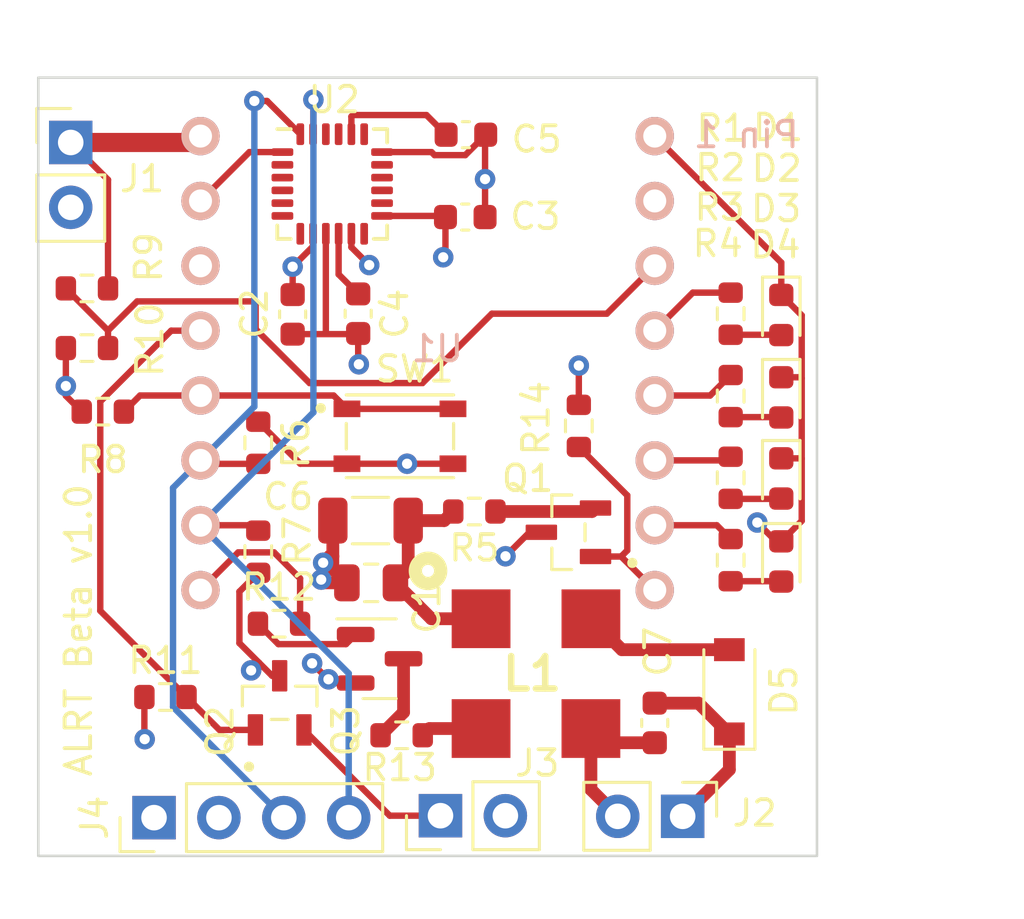
<source format=kicad_pcb>
(kicad_pcb (version 20211014) (generator pcbnew)
  (layers (0 "F.Cu" signal) (1 "In1.Cu" signal) (2 "In2.Cu" signal) (31 "B.Cu" signal) (34 "B.Paste" user) (35 "F.Paste" user) (36 "B.SilkS" user "B.Silkscreen") (37 "F.SilkS" user "F.Silkscreen") (38 "B.Mask" user) (39 "F.Mask" user) (44 "Edge.Cuts" user))
  (net 0 "")
  (net 1 "+3V3")
  (net 2 "GND")
  (net 3 "Net-(C4-Pad1)")
  (net 4 "Net-(C5-Pad1)")
  (net 5 "+BATT")
  (net 6 "/Vib_out")
  (net 7 "/SDA")
  (net 8 "/SCL")
  (net 9 "/Shock_chg")
  (net 10 "Net-(Q1-Pad2)")
  (net 11 "/Vib")
  (net 12 "Net-(D1-Pad2)")
  (net 13 "/LED1")
  (net 14 "Net-(D2-Pad2)")
  (net 15 "/LED2")
  (net 16 "Net-(D3-Pad2)")
  (net 17 "/LED3")
  (net 18 "Net-(D4-Pad2)")
  (net 19 "/LED4")
  (net 20 "/Electrode_n")
  (net 21 "/PBNO")
  (net 22 "/Vref")
  (net 24 "/Shock_dis")
  (net 39 "/Electrode_p")
  (net 40 "Net-(Q3-Pad1)")
  (net 41 "Net-(C1-Pad1)")
  (net 42 "Net-(R13-Pad1)")
  (net 43 "Net-(D5-Pad2)")
  (net 44 "Net-(Q3-Pad3)")
  (footprint "Capacitor_SMD:C_0603_1608Metric" (layer "F.Cu") (at 106.4768 80.391 -90)
    (fp_text reference "C2" (at -0.0254 1.4986 90) (layer "F.SilkS"))
    (fp_text value "10nF")
    (fp_line (start -0.14058 0.51) (end 0.14058 0.51) (layer "F.SilkS") (width 0.12))
    (fp_line (start -0.14058 -0.51) (end 0.14058 -0.51) (layer "F.SilkS") (width 0.12))
    (pad "1" smd roundrect (at -0.775 0 270) (size 0.9 0.95) (layers "F.Cu" "F.Paste" "F.Mask") (net 1 "+3V3"))
    (pad "2" smd roundrect (at 0.775 0 270) (size 0.9 0.95) (layers "F.Cu" "F.Paste" "F.Mask") (net 2 "GND"))
  )
  (footprint "Resistor_SMD:R_0603_1608Metric" (layer "F.Cu") (at 123.6218 80.3656 90)
    (fp_text reference "R1" (at 7.2644 -0.3556 180) (layer "F.SilkS"))
    (fp_text value "100R")
    (fp_line (start -0.237258 0.5225) (end 0.237258 0.5225) (layer "F.SilkS") (width 0.12))
    (fp_line (start -0.237258 -0.5225) (end 0.237258 -0.5225) (layer "F.SilkS") (width 0.12))
    (pad "1" smd roundrect (at -0.825 0 90) (size 0.8 0.95) (layers "F.Cu" "F.Paste" "F.Mask") (net 12 "Net-(D1-Pad2)"))
    (pad "2" smd roundrect (at 0.825 0 90) (size 0.8 0.95) (layers "F.Cu" "F.Paste" "F.Mask") (net 13 "/LED1"))
  )
  (footprint "Connector_PinHeader_2.54mm:PinHeader_1x02_P2.54mm_Vertical" (layer "F.Cu") (at 112.263 100.0252 90)
    (fp_text reference "J3" (at 2.0574 3.7896 180) (layer "F.SilkS"))
    (fp_text value "Vibrator")
    (fp_line (start -1.33 3.87) (end 1.33 3.87) (layer "F.SilkS") (width 0.12))
    (fp_line (start -1.33 1.27) (end -1.33 3.87) (layer "F.SilkS") (width 0.12))
    (fp_line (start -1.33 0) (end -1.33 -1.33) (layer "F.SilkS") (width 0.12))
    (fp_line (start -1.33 -1.33) (end 0 -1.33) (layer "F.SilkS") (width 0.12))
    (fp_line (start 1.33 1.27) (end 1.33 3.87) (layer "F.SilkS") (width 0.12))
    (fp_line (start -1.33 1.27) (end 1.33 1.27) (layer "F.SilkS") (width 0.12))
    (pad "1" thru_hole rect (at 0 0 90) (size 1.7 1.7) (drill 1) (layers *.Cu *.Mask) (net 6 "/Vib_out"))
    (pad "2" thru_hole oval (at 0 2.54 90) (size 1.7 1.7) (drill 1) (layers *.Cu *.Mask) (net 2 "GND"))
  )
  (footprint "2N7002:SOT95P240X111-3N" (layer "F.Cu") (at 105.9688 95.6056 90)
    (fp_text reference "Q2" (at -1.1176 -2.3368 90) (layer "F.SilkS"))
    (fp_text value "2N7002")
    (fp_line (start 0.65 0.62) (end 0.65 1.46) (layer "F.SilkS") (width 0.127))
    (fp_line (start 0.65 -0.62) (end 0.65 -1.46) (layer "F.SilkS") (width 0.127))
    (fp_line (start -0.65 -0.33) (end -0.65 0.33) (layer "F.SilkS") (width 0.127))
    (fp_line (start 0.65 -1.46) (end -0.125 -1.46) (layer "F.SilkS") (width 0.127))
    (fp_line (start 0.65 1.46) (end -0.125 1.46) (layer "F.SilkS") (width 0.127))
    (fp_circle (center -2.5 -1.2) (end -2.4 -1.2) (layer "F.SilkS") (width 0.2) (fill none))
    (pad "1" smd roundrect locked (at -1.06 -0.95 90) (size 1.23 0.6) (layers "F.Cu" "F.Paste" "F.Mask") (roundrect_rratio 0.07) (net 11 "/Vib"))
    (pad "2" smd roundrect locked (at -1.06 0.95 90) (size 1.23 0.6) (layers "F.Cu" "F.Paste" "F.Mask") (roundrect_rratio 0.07) (net 6 "/Vib_out"))
    (pad "3" smd roundrect locked (at 1.06 0 90) (size 1.23 0.6) (layers "F.Cu" "F.Paste" "F.Mask") (roundrect_rratio 0.07) (net 1 "+3V3"))
  )
  (footprint "Capacitor_SMD:C_0603_1608Metric" (layer "F.Cu") (at 113.2586 73.3552)
    (fp_text reference "C5" (at 2.7686 0.1778) (layer "F.SilkS"))
    (fp_text value "2.2nF")
    (fp_line (start -0.14058 0.51) (end 0.14058 0.51) (layer "F.SilkS") (width 0.12))
    (fp_line (start -0.14058 -0.51) (end 0.14058 -0.51) (layer "F.SilkS") (width 0.12))
    (pad "1" smd roundrect (at -0.775 0) (size 0.9 0.95) (layers "F.Cu" "F.Paste" "F.Mask") (net 4 "Net-(C5-Pad1)"))
    (pad "2" smd roundrect (at 0.775 0) (size 0.9 0.95) (layers "F.Cu" "F.Paste" "F.Mask") (net 2 "GND"))
  )
  (footprint "Resistor_SMD:R_0603_1608Metric" (layer "F.Cu") (at 123.6218 86.7918 90)
    (fp_text reference "R3" (at 10.5918 -0.4318 180) (layer "F.SilkS"))
    (fp_text value "100R")
    (fp_line (start -0.237258 -0.5225) (end 0.237258 -0.5225) (layer "F.SilkS") (width 0.12))
    (fp_line (start -0.237258 0.5225) (end 0.237258 0.5225) (layer "F.SilkS") (width 0.12))
    (pad "1" smd roundrect (at -0.825 0 90) (size 0.8 0.95) (layers "F.Cu" "F.Paste" "F.Mask") (net 16 "Net-(D3-Pad2)"))
    (pad "2" smd roundrect (at 0.825 0 90) (size 0.8 0.95) (layers "F.Cu" "F.Paste" "F.Mask") (net 17 "/LED3"))
  )
  (footprint "LED_SMD:LED_0603_1608Metric" (layer "F.Cu") (at 125.603 80.4164 -90)
    (fp_text reference "D1" (at -7.3406 0.127 -180) (layer "F.SilkS"))
    (fp_text value "LED")
    (fp_line (start 0.8 -0.735) (end -1.485 -0.735) (layer "F.SilkS") (width 0.12))
    (fp_line (start -1.485 0.735) (end 0.8 0.735) (layer "F.SilkS") (width 0.12))
    (fp_line (start -1.485 -0.735) (end -1.485 0.735) (layer "F.SilkS") (width 0.12))
    (pad "1" smd roundrect (at -0.7875 0 270) (size 0.875 0.95) (layers "F.Cu" "F.Paste" "F.Mask") (net 2 "GND"))
    (pad "2" smd roundrect (at 0.7875 0 270) (size 0.875 0.95) (layers "F.Cu" "F.Paste" "F.Mask") (net 12 "Net-(D1-Pad2)"))
  )
  (footprint "LED_SMD:LED_0603_1608Metric" (layer "F.Cu") (at 125.603 83.6422 -90)
    (fp_text reference "D2" (at -8.9662 0.1778 -180) (layer "F.SilkS"))
    (fp_text value "LED")
    (fp_line (start 0.8 -0.735) (end -1.485 -0.735) (layer "F.SilkS") (width 0.12))
    (fp_line (start -1.485 -0.735) (end -1.485 0.735) (layer "F.SilkS") (width 0.12))
    (fp_line (start -1.485 0.735) (end 0.8 0.735) (layer "F.SilkS") (width 0.12))
    (pad "1" smd roundrect (at -0.7875 0 270) (size 0.875 0.95) (layers "F.Cu" "F.Paste" "F.Mask") (net 2 "GND"))
    (pad "2" smd roundrect (at 0.7875 0 270) (size 0.875 0.95) (layers "F.Cu" "F.Paste" "F.Mask") (net 14 "Net-(D2-Pad2)"))
  )
  (footprint "Capacitor_SMD:C_0603_1608Metric" (layer "F.Cu") (at 109.0422 80.3656 -90)
    (fp_text reference "C4" (at 0 -1.43 90) (layer "F.SilkS"))
    (fp_text value "0.1uF")
    (fp_line (start -0.14058 -0.51) (end 0.14058 -0.51) (layer "F.SilkS") (width 0.12))
    (fp_line (start -0.14058 0.51) (end 0.14058 0.51) (layer "F.SilkS") (width 0.12))
    (pad "1" smd roundrect (at -0.775 0 270) (size 0.9 0.95) (layers "F.Cu" "F.Paste" "F.Mask") (net 3 "Net-(C4-Pad1)"))
    (pad "2" smd roundrect (at 0.775 0 270) (size 0.9 0.95) (layers "F.Cu" "F.Paste" "F.Mask") (net 2 "GND"))
  )
  (footprint "Capacitor_SMD:C_1206_3216Metric" (layer "F.Cu") (at 109.5248 88.4682 180)
    (fp_text reference "C6" (at 3.2258 0.9398 180) (layer "F.SilkS"))
    (fp_text value "100uF DNP")
    (fp_line (start -0.711252 -0.91) (end 0.711252 -0.91) (layer "F.SilkS") (width 0.12))
    (fp_line (start -0.711252 0.91) (end 0.711252 0.91) (layer "F.SilkS") (width 0.12))
    (pad "1" smd roundrect (at -1.475 0 180) (size 1.15 1.8) (layers "F.Cu" "F.Paste" "F.Mask") (roundrect_rratio 0.2173913043) (net 41 "Net-(C1-Pad1)"))
    (pad "2" smd roundrect (at 1.475 0 180) (size 1.15 1.8) (layers "F.Cu" "F.Paste" "F.Mask") (roundrect_rratio 0.2173913043) (net 2 "GND"))
  )
  (footprint "Resistor_SMD:R_0603_1608Metric" (layer "F.Cu") (at 110.744 96.8756 180)
    (fp_text reference "R13" (at 0.0762 -1.27) (layer "F.SilkS"))
    (fp_text value "0R")
    (fp_line (start -0.237258 0.5225) (end 0.237258 0.5225) (layer "F.SilkS") (width 0.12))
    (fp_line (start -0.237258 -0.5225) (end 0.237258 -0.5225) (layer "F.SilkS") (width 0.12))
    (pad "1" smd roundrect (at -0.825 0 180) (size 0.8 0.95) (layers "F.Cu" "F.Paste" "F.Mask") (net 42 "Net-(R13-Pad1)"))
    (pad "2" smd roundrect (at 0.825 0 180) (size 0.8 0.95) (layers "F.Cu" "F.Paste" "F.Mask") (net 44 "Net-(Q3-Pad3)"))
  )
  (footprint "Resistor_SMD:R_0603_1608Metric" (layer "F.Cu") (at 101.4984 95.377)
    (fp_text reference "R11" (at 0 -1.43) (layer "F.SilkS"))
    (fp_text value "1M")
    (fp_line (start -0.237258 -0.5225) (end 0.237258 -0.5225) (layer "F.SilkS") (width 0.12))
    (fp_line (start -0.237258 0.5225) (end 0.237258 0.5225) (layer "F.SilkS") (width 0.12))
    (pad "1" smd roundrect (at -0.825 0) (size 0.8 0.95) (layers "F.Cu" "F.Paste" "F.Mask") (net 2 "GND"))
    (pad "2" smd roundrect (at 0.825 0) (size 0.8 0.95) (layers "F.Cu" "F.Paste" "F.Mask") (net 11 "/Vib"))
  )
  (footprint "Resistor_SMD:R_0603_1608Metric" (layer "F.Cu") (at 98.425 81.7118)
    (fp_text reference "R10" (at 2.4638 -0.3302 90) (layer "F.SilkS"))
    (fp_text value "100k")
    (fp_line (start -0.237258 0.5225) (end 0.237258 0.5225) (layer "F.SilkS") (width 0.12))
    (fp_line (start -0.237258 -0.5225) (end 0.237258 -0.5225) (layer "F.SilkS") (width 0.12))
    (pad "1" smd roundrect (at -0.825 0) (size 0.8 0.95) (layers "F.Cu" "F.Paste" "F.Mask") (net 2 "GND"))
    (pad "2" smd roundrect (at 0.825 0) (size 0.8 0.95) (layers "F.Cu" "F.Paste" "F.Mask") (net 22 "/Vref"))
  )
  (footprint "Resistor_SMD:R_0603_1608Metric" (layer "F.Cu") (at 123.6218 90.0176 90)
    (fp_text reference "R4" (at 12.3952 -0.508 180) (layer "F.SilkS"))
    (fp_text value "100R")
    (fp_line (start -0.237258 -0.5225) (end 0.237258 -0.5225) (layer "F.SilkS") (width 0.12))
    (fp_line (start -0.237258 0.5225) (end 0.237258 0.5225) (layer "F.SilkS") (width 0.12))
    (pad "1" smd roundrect (at -0.825 0 90) (size 0.8 0.95) (layers "F.Cu" "F.Paste" "F.Mask") (net 18 "Net-(D4-Pad2)"))
    (pad "2" smd roundrect (at 0.825 0 90) (size 0.8 0.95) (layers "F.Cu" "F.Paste" "F.Mask") (net 19 "/LED4"))
  )
  (footprint "LED_SMD:LED_0603_1608Metric" (layer "F.Cu") (at 125.603 90.0684 -90)
    (fp_text reference "D4" (at -12.3952 0.2286 -180) (layer "F.SilkS"))
    (fp_text value "LED")
    (fp_line (start -1.485 -0.735) (end -1.485 0.735) (layer "F.SilkS") (width 0.12))
    (fp_line (start 0.8 -0.735) (end -1.485 -0.735) (layer "F.SilkS") (width 0.12))
    (fp_line (start -1.485 0.735) (end 0.8 0.735) (layer "F.SilkS") (width 0.12))
    (pad "1" smd roundrect (at -0.7875 0 270) (size 0.875 0.95) (layers "F.Cu" "F.Paste" "F.Mask") (net 2 "GND"))
    (pad "2" smd roundrect (at 0.7875 0 270) (size 0.875 0.95) (layers "F.Cu" "F.Paste" "F.Mask") (net 18 "Net-(D4-Pad2)"))
  )
  (footprint "Connector_PinHeader_2.54mm:PinHeader_1x04_P2.54mm_Vertical" (layer "F.Cu") (at 101.0512 100.1014 90)
    (fp_text reference "J4" (at 0 -2.33 90) (layer "F.SilkS"))
    (fp_text value "HR_PCB")
    (fp_line (start -1.33 1.27) (end 1.33 1.27) (layer "F.SilkS") (width 0.12))
    (fp_line (start -1.33 0) (end -1.33 -1.33) (layer "F.SilkS") (width 0.12))
    (fp_line (start -1.33 1.27) (end -1.33 8.95) (layer "F.SilkS") (width 0.12))
    (fp_line (start -1.33 8.95) (end 1.33 8.95) (layer "F.SilkS") (width 0.12))
    (fp_line (start -1.33 -1.33) (end 0 -1.33) (layer "F.SilkS") (width 0.12))
    (fp_line (start 1.33 1.27) (end 1.33 8.95) (layer "F.SilkS") (width 0.12))
    (pad "1" thru_hole rect (at 0 0 90) (size 1.7 1.7) (drill 1) (layers *.Cu *.Mask) (net 1 "+3V3"))
    (pad "2" thru_hole oval (at 0 2.54 90) (size 1.7 1.7) (drill 1) (layers *.Cu *.Mask) (net 2 "GND"))
    (pad "3" thru_hole oval (at 0 5.08 90) (size 1.7 1.7) (drill 1) (layers *.Cu *.Mask) (net 7 "/SDA"))
    (pad "4" thru_hole oval (at 0 7.62 90) (size 1.7 1.7) (drill 1) (layers *.Cu *.Mask) (net 8 "/SCL"))
  )
  (footprint "Resistor_SMD:R_0603_1608Metric" (layer "F.Cu") (at 105.1306 89.6874 -90)
    (fp_text reference "R7" (at -0.4318 -1.524 90) (layer "F.SilkS"))
    (fp_text value "10k")
    (fp_line (start -0.237258 0.5225) (end 0.237258 0.5225) (layer "F.SilkS") (width 0.12))
    (fp_line (start -0.237258 -0.5225) (end 0.237258 -0.5225) (layer "F.SilkS") (width 0.12))
    (pad "1" smd roundrect (at -0.825 0 270) (size 0.8 0.95) (layers "F.Cu" "F.Paste" "F.Mask") (net 8 "/SCL"))
    (pad "2" smd roundrect (at 0.825 0 270) (size 0.8 0.95) (layers "F.Cu" "F.Paste" "F.Mask") (net 1 "+3V3"))
  )
  (footprint "Resistor_SMD:R_0603_1608Metric" (layer "F.Cu") (at 99.0468 84.201)
    (fp_text reference "R8" (at 0 1.8796) (layer "F.SilkS"))
    (fp_text value "10k")
    (fp_line (start -0.237258 -0.5225) (end 0.237258 -0.5225) (layer "F.SilkS") (width 0.12))
    (fp_line (start -0.237258 0.5225) (end 0.237258 0.5225) (layer "F.SilkS") (width 0.12))
    (pad "1" smd roundrect (at -0.825 0) (size 0.8 0.95) (layers "F.Cu" "F.Paste" "F.Mask") (net 2 "GND"))
    (pad "2" smd roundrect (at 0.825 0) (size 0.8 0.95) (layers "F.Cu" "F.Paste" "F.Mask") (net 21 "/PBNO"))
  )
  (footprint "Package_TO_SOT_SMD:SOT-23" (layer "F.Cu") (at 109.8804 93.8784)
    (fp_text reference "Q3" (at -1.3208 2.8194 90) (layer "F.SilkS"))
    (fp_text value "MMBT3904")
    (fp_line (start 0 1.56) (end 0.65 1.56) (layer "F.SilkS") (width 0.12))
    (fp_line (start 0 -1.56) (end 0.65 -1.56) (layer "F.SilkS") (width 0.12))
    (fp_line (start 0 -1.56) (end -1.675 -1.56) (layer "F.SilkS") (width 0.12))
    (fp_line (start 0 1.56) (end -0.65 1.56) (layer "F.SilkS") (width 0.12))
    (pad "1" smd roundrect (at -0.9375 -0.95) (size 1.475 0.6) (layers "F.Cu" "F.Paste" "F.Mask") (net 40 "Net-(Q3-Pad1)"))
    (pad "2" smd roundrect (at -0.9375 0.95) (size 1.475 0.6) (layers "F.Cu" "F.Paste" "F.Mask") (net 2 "GND"))
    (pad "3" smd roundrect (at 0.9375 0) (size 1.475 0.6) (layers "F.Cu" "F.Paste" "F.Mask") (net 44 "Net-(Q3-Pad3)"))
  )
  (footprint "Resistor_SMD:R_0603_1608Metric" (layer "F.Cu") (at 117.6782 84.7598 90)
    (fp_text reference "R14" (at 0.3048 -1.6764 90) (layer "F.SilkS"))
    (fp_text value "10k")
    (fp_line (start -0.237258 0.5225) (end 0.237258 0.5225) (layer "F.SilkS") (width 0.12))
    (fp_line (start -0.237258 -0.5225) (end 0.237258 -0.5225) (layer "F.SilkS") (width 0.12))
    (pad "1" smd roundrect (at -0.825 0 90) (size 0.8 0.95) (layers "F.Cu" "F.Paste" "F.Mask") (net 9 "/Shock_chg"))
    (pad "2" smd roundrect (at 0.825 0 90) (size 0.8 0.95) (layers "F.Cu" "F.Paste" "F.Mask") (net 2 "GND"))
  )
  (footprint "Resistor_SMD:R_0603_1608Metric" (layer "F.Cu") (at 105.1306 85.4202 90)
    (fp_text reference "R6" (at -0.0254 1.4732 90) (layer "F.SilkS"))
    (fp_text value "10k")
    (fp_line (start -0.237258 0.5225) (end 0.237258 0.5225) (layer "F.SilkS") (width 0.12))
    (fp_line (start -0.237258 -0.5225) (end 0.237258 -0.5225) (layer "F.SilkS") (width 0.12))
    (pad "1" smd roundrect (at -0.825 0 90) (size 0.8 0.95) (layers "F.Cu" "F.Paste" "F.Mask") (net 7 "/SDA"))
    (pad "2" smd roundrect (at 0.825 0 90) (size 0.8 0.95) (layers "F.Cu" "F.Paste" "F.Mask") (net 1 "+3V3"))
  )
  (footprint "Resistor_SMD:R_0603_1608Metric" (layer "F.Cu") (at 113.5888 88.1126 180)
    (fp_text reference "R5" (at 0 -1.43) (layer "F.SilkS"))
    (fp_text value "100R")
    (fp_line (start -0.237258 -0.5225) (end 0.237258 -0.5225) (layer "F.SilkS") (width 0.12))
    (fp_line (start -0.237258 0.5225) (end 0.237258 0.5225) (layer "F.SilkS") (width 0.12))
    (pad "1" smd roundrect (at -0.825 0 180) (size 0.8 0.95) (layers "F.Cu" "F.Paste" "F.Mask") (net 10 "Net-(Q1-Pad2)"))
    (pad "2" smd roundrect (at 0.825 0 180) (size 0.8 0.95) (layers "F.Cu" "F.Paste" "F.Mask") (net 41 "Net-(C1-Pad1)"))
  )
  (footprint "KiCad:LPR6235_1" (layer "F.Cu") (at 116.0018 94.4626)
    (fp_text reference "L1" (at -0.155 0.007) (layer "F.SilkS") (effects (font (size 1.27 1.27) (thickness 0.254))))
    (fp_text value "LPR6235-752SMRC" hide)
    (fp_circle (center -4.226 -4.025) (end -4.226 -3.789) (layer "F.SilkS") (width 0.52) (fill none))
    (pad "1" smd rect locked (at -2.15 -2.15 90) (size 2.3 2.3) (layers "F.Cu" "F.Paste" "F.Mask") (net 41 "Net-(C1-Pad1)"))
    (pad "2" smd rect locked (at -2.15 2.15 90) (size 2.3 2.3) (layers "F.Cu" "F.Paste" "F.Mask") (net 42 "Net-(R13-Pad1)"))
    (pad "3" smd rect locked (at 2.15 2.15 90) (size 2.3 2.3) (layers "F.Cu" "F.Paste" "F.Mask") (net 20 "/Electrode_n"))
    (pad "4" smd rect locked (at 2.15 -2.15 90) (size 2.3 2.3) (layers "F.Cu" "F.Paste" "F.Mask") (net 43 "Net-(D5-Pad2)"))
  )
  (footprint "Diode_SMD:D_SOD-123" (layer "F.Cu") (at 123.571 95.1738 90)
    (fp_text reference "D5" (at 0.0508 2.1336 90) (layer "F.SilkS"))
    (fp_text value "DIODE")
    (fp_line (start -2.25 -1) (end -2.25 1) (layer "F.SilkS") (width 0.12))
    (fp_line (start -2.25 -1) (end 1.65 -1) (layer "F.SilkS") (width 0.12))
    (fp_line (start -2.25 1) (end 1.65 1) (layer "F.SilkS") (width 0.12))
    (pad "1" smd rect (at -1.65 0 90) (size 0.9 1.2) (layers "F.Cu" "F.Paste" "F.Mask") (net 39 "/Electrode_p"))
    (pad "2" smd rect (at 1.65 0 90) (size 0.9 1.2) (layers "F.Cu" "F.Paste" "F.Mask") (net 43 "Net-(D5-Pad2)"))
  )
  (footprint "Connector_PinHeader_2.54mm:PinHeader_1x02_P2.54mm_Vertical" (layer "F.Cu") (at 97.79 73.66)
    (fp_text reference "J1" (at 2.794 1.4224) (layer "F.SilkS"))
    (fp_text value "Battery")
    (fp_line (start -1.33 -1.33) (end 0 -1.33) (layer "F.SilkS") (width 0.12))
    (fp_line (start -1.33 1.27) (end -1.33 3.87) (layer "F.SilkS") (width 0.12))
    (fp_line (start -1.33 1.27) (end 1.33 1.27) (layer "F.SilkS") (width 0.12))
    (fp_line (start -1.33 0) (end -1.33 -1.33) (layer "F.SilkS") (width 0.12))
    (fp_line (start 1.33 1.27) (end 1.33 3.87) (layer "F.SilkS") (width 0.12))
    (fp_line (start -1.33 3.87) (end 1.33 3.87) (layer "F.SilkS") (width 0.12))
    (pad "1" thru_hole rect (at 0 0) (size 1.7 1.7) (drill 1) (layers *.Cu *.Mask) (net 5 "+BATT"))
    (pad "2" thru_hole oval (at 0 2.54) (size 1.7 1.7) (drill 1) (layers *.Cu *.Mask) (net 2 "GND"))
  )
  (footprint "Connector_PinHeader_2.54mm:PinHeader_1x02_P2.54mm_Vertical" (layer "F.Cu") (at 121.7422 100.0506 -90)
    (fp_text reference "J2" (at -0.127 -2.8194 180) (layer "F.SilkS"))
    (fp_text value "Electrodes")
    (fp_line (start -1.33 1.27) (end -1.33 3.87) (layer "F.SilkS") (width 0.12))
    (fp_line (start -1.33 3.87) (end 1.33 3.87) (layer "F.SilkS") (width 0.12))
    (fp_line (start -1.33 1.27) (end 1.33 1.27) (layer "F.SilkS") (width 0.12))
    (fp_line (start -1.33 -1.33) (end 0 -1.33) (layer "F.SilkS") (width 0.12))
    (fp_line (start 1.33 1.27) (end 1.33 3.87) (layer "F.SilkS") (width 0.12))
    (fp_line (start -1.33 0) (end -1.33 -1.33) (layer "F.SilkS") (width 0.12))
    (pad "1" thru_hole rect (at 0 0 270) (size 1.7 1.7) (drill 1) (layers *.Cu *.Mask) (net 39 "/Electrode_p"))
    (pad "2" thru_hole oval (at 0 2.54 270) (size 1.7 1.7) (drill 1) (layers *.Cu *.Mask) (net 20 "/Electrode_n"))
  )
  (footprint "Resistor_SMD:R_0603_1608Metric" (layer "F.Cu") (at 98.425 79.375)
    (fp_text reference "R9" (at 2.413 -1.2192 90) (layer "F.SilkS"))
    (fp_text value "100k")
    (fp_line (start -0.237258 0.5225) (end 0.237258 0.5225) (layer "F.SilkS") (width 0.12))
    (fp_line (start -0.237258 -0.5225) (end 0.237258 -0.5225) (layer "F.SilkS") (width 0.12))
    (pad "1" smd roundrect (at -0.825 0) (size 0.8 0.95) (layers "F.Cu" "F.Paste" "F.Mask") (net 22 "/Vref"))
    (pad "2" smd roundrect (at 0.825 0) (size 0.8 0.95) (layers "F.Cu" "F.Paste" "F.Mask") (net 5 "+BATT"))
  )
  (footprint "Sensor_Motion:InvenSense_QFN-24_4x4mm_P0.5mm" (layer "F.Cu") (at 108.0262 75.2856)
    (fp_text reference "U2" (at 0.0762 -3.302) (layer "F.SilkS"))
    (fp_text value "MPU-6050")
    (fp_line (start 2.15 2.15) (end 2.15 1.625) (layer "F.SilkS") (width 0.15))
    (fp_line (start -2.15 2.15) (end -2.15 1.625) (layer "F.SilkS") (width 0.15))
    (fp_line (start 2.15 -2.15) (end 2.15 -1.625) (layer "F.SilkS") (width 0.15))
    (fp_line (start -2.15 2.15) (end -1.625 2.15) (layer "F.SilkS") (width 0.15))
    (fp_line (start 2.15 2.15) (end 1.625 2.15) (layer "F.SilkS") (width 0.15))
    (fp_line (start -2.15 -2.15) (end -1.625 -2.15) (layer "F.SilkS") (width 0.15))
    (fp_line (start 2.15 -2.15) (end 1.625 -2.15) (layer "F.SilkS") (width 0.15))
    (pad "1" smd roundrect (at -1.95 -1.25) (size 0.85 0.3) (layers "F.Cu" "F.Paste" "F.Mask") (net 2 "GND"))
    (pad "2" smd roundrect (at -1.95 -0.75) (size 0.85 0.3) (layers "F.Cu" "F.Paste" "F.Mask"))
    (pad "3" smd roundrect (at -1.95 -0.25) (size 0.85 0.3) (layers "F.Cu" "F.Paste" "F.Mask"))
    (pad "4" smd roundrect (at -1.95 0.25) (size 0.85 0.3) (layers "F.Cu" "F.Paste" "F.Mask"))
    (pad "5" smd roundrect (at -1.95 0.75) (size 0.85 0.3) (layers "F.Cu" "F.Paste" "F.Mask"))
    (pad "6" smd roundrect (at -1.95 1.25) (size 0.85 0.3) (layers "F.Cu" "F.Paste" "F.Mask"))
    (pad "7" smd roundrect (at -1.25 1.95 90) (size 0.85 0.3) (layers "F.Cu" "F.Paste" "F.Mask"))
    (pad "8" smd roundrect (at -0.75 1.95 90) (size 0.85 0.3) (layers "F.Cu" "F.Paste" "F.Mask") (net 1 "+3V3"))
    (pad "9" smd roundrect (at -0.25 1.95 90) (size 0.85 0.3) (layers "F.Cu" "F.Paste" "F.Mask") (net 2 "GND"))
    (pad "10" smd roundrect (at 0.25 1.95 90) (size 0.85 0.3) (layers "F.Cu" "F.Paste" "F.Mask") (net 3 "Net-(C4-Pad1)"))
    (pad "11" smd roundrect (at 0.75 1.95 90) (size 0.85 0.3) (layers "F.Cu" "F.Paste" "F.Mask") (net 2 "GND"))
    (pad "12" smd roundrect (at 1.25 1.95 90) (size 0.85 0.3) (layers "F.Cu" "F.Paste" "F.Mask"))
    (pad "13" smd roundrect (at 1.95 1.25) (size 0.85 0.3) (layers "F.Cu" "F.Paste" "F.Mask") (net 1 "+3V3"))
    (pad "14" smd roundrect (at 1.95 0.75) (size 0.85 0.3) (layers "F.Cu" "F.Paste" "F.Mask"))
    (pad "15" smd roundrect (at 1.95 0.25) (size 0.85 0.3) (layers "F.Cu" "F.Paste" "F.Mask"))
    (pad "16" smd roundrect (at 1.95 -0.25) (size 0.85 0.3) (layers "F.Cu" "F.Paste" "F.Mask"))
    (pad "17" smd roundrect (at 1.95 -0.75) (size 0.85 0.3) (layers "F.Cu" "F.Paste" "F.Mask"))
    (pad "18" smd roundrect (at 1.95 -1.25) (size 0.85 0.3) (layers "F.Cu" "F.Paste" "F.Mask") (net 2 "GND"))
    (pad "19" smd roundrect (at 1.25 -1.95 90) (size 0.85 0.3) (layers "F.Cu" "F.Paste" "F.Mask"))
    (pad "20" smd roundrect (at 0.75 -1.95 90) (size 0.85 0.3) (layers "F.Cu" "F.Paste" "F.Mask") (net 4 "Net-(C5-Pad1)"))
    (pad "21" smd roundrect (at 0.25 -1.95 90) (size 0.85 0.3) (layers "F.Cu" "F.Paste" "F.Mask"))
    (pad "22" smd roundrect (at -0.25 -1.95 90) (size 0.85 0.3) (layers "F.Cu" "F.Paste" "F.Mask"))
    (pad "23" smd roundrect (at -0.75 -1.95 90) (size 0.85 0.3) (layers "F.Cu" "F.Paste" "F.Mask") (net 8 "/SCL"))
    (pad "24" smd roundrect (at -1.25 -1.95 90) (size 0.85 0.3) (layers "F.Cu" "F.Paste" "F.Mask") (net 7 "/SDA"))
  )
  (footprint "LED_SMD:LED_0603_1608Metric" (layer "F.Cu") (at 125.603 86.8172 -90)
    (fp_text reference "D3" (at -10.5664 0.2032 -180) (layer "F.SilkS"))
    (fp_text value "LED")
    (fp_line (start -1.485 -0.735) (end -1.485 0.735) (layer "F.SilkS") (width 0.12))
    (fp_line (start -1.485 0.735) (end 0.8 0.735) (layer "F.SilkS") (width 0.12))
    (fp_line (start 0.8 -0.735) (end -1.485 -0.735) (layer "F.SilkS") (width 0.12))
    (pad "1" smd roundrect (at -0.7875 0 270) (size 0.875 0.95) (layers "F.Cu" "F.Paste" "F.Mask") (net 2 "GND"))
    (pad "2" smd roundrect (at 0.7875 0 270) (size 0.875 0.95) (layers "F.Cu" "F.Paste" "F.Mask") (net 16 "Net-(D3-Pad2)"))
  )
  (footprint "Resistor_SMD:R_0603_1608Metric" (layer "F.Cu") (at 123.6218 83.5914 90)
    (fp_text reference "R2" (at 8.9408 -0.4064 180) (layer "F.SilkS"))
    (fp_text value "100R")
    (fp_line (start -0.237258 -0.5225) (end 0.237258 -0.5225) (layer "F.SilkS") (width 0.12))
    (fp_line (start -0.237258 0.5225) (end 0.237258 0.5225) (layer "F.SilkS") (width 0.12))
    (pad "1" smd roundrect (at -0.825 0 90) (size 0.8 0.95) (layers "F.Cu" "F.Paste" "F.Mask") (net 14 "Net-(D2-Pad2)"))
    (pad "2" smd roundrect (at 0.825 0 90) (size 0.8 0.95) (layers "F.Cu" "F.Paste" "F.Mask") (net 15 "/LED2"))
  )
  (footprint "Capacitor_SMD:C_0603_1608Metric" (layer "F.Cu") (at 120.65 96.393 -90)
    (fp_text reference "C7" (at -2.794 -0.127 90) (layer "F.SilkS"))
    (fp_text value "DNP")
    (fp_line (start -0.14058 0.51) (end 0.14058 0.51) (layer "F.SilkS") (width 0.12))
    (fp_line (start -0.14058 -0.51) (end 0.14058 -0.51) (layer "F.SilkS") (width 0.12))
    (pad "1" smd roundrect (at -0.775 0 270) (size 0.9 0.95) (layers "F.Cu" "F.Paste" "F.Mask") (net 39 "/Electrode_p"))
    (pad "2" smd roundrect (at 0.775 0 270) (size 0.9 0.95) (layers "F.Cu" "F.Paste" "F.Mask") (net 20 "/Electrode_n"))
  )
  (footprint "Capacitor_SMD:C_0603_1608Metric" (layer "F.Cu") (at 113.2332 76.581)
    (fp_text reference "C3" (at 2.7432 -0.0254) (layer "F.SilkS"))
    (fp_text value "0.1uF")
    (fp_line (start -0.14058 -0.51) (end 0.14058 -0.51) (layer "F.SilkS") (width 0.12))
    (fp_line (start -0.14058 0.51) (end 0.14058 0.51) (layer "F.SilkS") (width 0.12))
    (pad "1" smd roundrect (at -0.775 0) (size 0.9 0.95) (layers "F.Cu" "F.Paste" "F.Mask") (net 1 "+3V3"))
    (pad "2" smd roundrect (at 0.775 0) (size 0.9 0.95) (layers "F.Cu" "F.Paste" "F.Mask") (net 2 "GND"))
  )
  (footprint "2N7002:SOT95P240X111-3N" (layer "F.Cu") (at 117.2718 88.9254 180)
    (fp_text reference "Q1" (at 1.6002 2.1082) (layer "F.SilkS"))
    (fp_text value "2N7002")
    (fp_line (start 0.65 -0.62) (end 0.65 -1.46) (layer "F.SilkS") (width 0.127))
    (fp_line (start 0.65 -1.46) (end -0.125 -1.46) (layer "F.SilkS") (width 0.127))
    (fp_line (start 0.65 1.46) (end -0.125 1.46) (layer "F.SilkS") (width 0.127))
    (fp_line (start 0.65 0.62) (end 0.65 1.46) (layer "F.SilkS") (width 0.127))
    (fp_line (start -0.65 -0.33) (end -0.65 0.33) (layer "F.SilkS") (width 0.127))
    (fp_circle (center -2.5 -1.2) (end -2.4 -1.2) (layer "F.SilkS") (width 0.2) (fill none))
    (pad "1" smd roundrect locked (at -1.06 -0.95 180) (size 1.23 0.6) (layers "F.Cu" "F.Paste" "F.Mask") (roundrect_rratio 0.07) (net 9 "/Shock_chg"))
    (pad "2" smd roundrect locked (at -1.06 0.95 180) (size 1.23 0.6) (layers "F.Cu" "F.Paste" "F.Mask") (roundrect_rratio 0.07) (net 10 "Net-(Q1-Pad2)"))
    (pad "3" smd roundrect locked (at 1.06 0 180) (size 1.23 0.6) (layers "F.Cu" "F.Paste" "F.Mask") (roundrect_rratio 0.07) (net 1 "+3V3"))
  )
  (footprint "Resistor_SMD:R_0603_1608Metric" (layer "F.Cu") (at 105.9434 92.5068)
    (fp_text reference "R12" (at 0 -1.43) (layer "F.SilkS"))
    (fp_text value "10k")
    (fp_line (start -0.237258 0.5225) (end 0.237258 0.5225) (layer "F.SilkS") (width 0.12))
    (fp_line (start -0.237258 -0.5225) (end 0.237258 -0.5225) (layer "F.SilkS") (width 0.12))
    (pad "1" smd roundrect (at -0.825 0) (size 0.8 0.95) (layers "F.Cu" "F.Paste" "F.Mask") (net 40 "Net-(Q3-Pad1)"))
    (pad "2" smd roundrect (at 0.825 0) (size 0.8 0.95) (layers "F.Cu" "F.Paste" "F.Mask") (net 24 "/Shock_dis"))
  )
  (footprint "PTS810_SJM_250_SMTR_LFS:SW_PTS810_SJM_250_SMTR_LFS" (layer "F.Cu") (at 110.6771 85.1662)
    (fp_text reference "SW1" (at 0.575 -2.635) (layer "F.SilkS"))
    (fp_text value "PTS810_SJM_250_SMTR_LFS")
    (fp_line (start 2.1 1.62) (end -2.1 1.62) (layer "F.SilkS") (width 0.127))
    (fp_line (start -2.1 -1.62) (end 2.1 -1.62) (layer "F.SilkS") (width 0.127))
    (fp_line (start 2.1 0.5) (end 2.1 -0.5) (layer "F.SilkS") (width 0.127))
    (fp_line (start -2.1 0.5) (end -2.1 -0.5) (layer "F.SilkS") (width 0.127))
    (fp_circle (center -3.1 -1.1) (end -3 -1.1) (layer "F.SilkS") (width 0.2) (fill none))
    (pad "1" smd rect locked (at -2.075 -1.075) (size 1.05 0.65) (layers "F.Cu" "F.Paste" "F.Mask") (net 21 "/PBNO"))
    (pad "2" smd rect locked (at 2.075 -1.075) (size 1.05 0.65) (layers "F.Cu" "F.Paste" "F.Mask") (net 21 "/PBNO"))
    (pad "3" smd rect locked (at -2.075 1.075) (size 1.05 0.65) (layers "F.Cu" "F.Paste" "F.Mask") (net 1 "+3V3"))
    (pad "4" smd rect locked (at 2.075 1.075) (size 1.05 0.65) (layers "F.Cu" "F.Paste" "F.Mask") (net 1 "+3V3"))
  )
  (footprint "Capacitor_SMD:C_0805_2012Metric" (layer "F.Cu") (at 109.5502 90.9066 180)
    (fp_text reference "C1" (at -2.1844 -1.016 90) (layer "F.SilkS"))
    (fp_text value "22uF")
    (fp_line (start -0.261252 -0.735) (end 0.261252 -0.735) (layer "F.SilkS") (width 0.12))
    (fp_line (start -0.261252 0.735) (end 0.261252 0.735) (layer "F.SilkS") (width 0.12))
    (pad "1" smd roundrect (at -0.95 0 180) (size 1 1.45) (layers "F.Cu" "F.Paste" "F.Mask") (net 41 "Net-(C1-Pad1)"))
    (pad "2" smd roundrect (at 0.95 0 180) (size 1 1.45) (layers "F.Cu" "F.Paste" "F.Mask") (net 2 "GND"))
  )
  (footprint "ALRT_v1:Beetle_ESP32_C3" (layer "B.Cu") (at 110.49 68.33 180)
    (fp_text reference "U1" (at -1.651 -13.4072 unlocked) (layer "B.SilkS") (effects (justify mirror)))
    (fp_text value "Beetle_ESP32-C3_v2")
    (pad "1" thru_hole circle (at -10.16 -5.08 180) (size 1.5 1.5) (drill 0.9) (layers *.Cu *.Mask "B.SilkS") (net 2 "GND"))
    (pad "2" thru_hole circle (at -10.16 -7.62 180) (size 1.5 1.5) (drill 0.9) (layers *.Cu *.Mask "B.SilkS") (net 1 "+3V3"))
    (pad "3" thru_hole circle (at -10.16 -10.16 180) (size 1.5 1.5) (drill 0.9) (layers *.Cu *.Mask "B.SilkS") (net 22 "/Vref"))
    (pad "4" thru_hole circle (at -10.16 -12.7 180) (size 1.5 1.5) (drill 0.9) (layers *.Cu *.Mask "B.SilkS") (net 13 "/LED1"))
    (pad "5" thru_hole circle (at -10.16 -15.24 180) (size 1.5 1.5) (drill 0.9) (layers *.Cu *.Mask "B.SilkS") (net 15 "/LED2"))
    (pad "6" thru_hole circle (at -10.16 -17.78 180) (size 1.5 1.5) (drill 0.9) (layers *.Cu *.Mask "B.SilkS") (net 17 "/LED3"))
    (pad "7" thru_hole circle (at -10.16 -20.32 180) (size 1.5 1.5) (drill 0.9) (layers *.Cu *.Mask "B.SilkS") (net 19 "/LED4"))
    (pad "8" thru_hole circle (at -10.16 -22.86 180) (size 1.5 1.5) (drill 0.9) (layers *.Cu *.Mask "B.SilkS") (net 9 "/Shock_chg"))
    (pad "9" thru_hole circle (at 7.62 -5.08 180) (size 1.5 1.5) (drill 0.9) (layers *.Cu *.Mask "B.SilkS") (net 5 "+BATT"))
    (pad "10" thru_hole circle (at 7.62 -7.62 180) (size 1.5 1.5) (drill 0.9) (layers *.Cu *.Mask "B.SilkS") (net 2 "GND"))
    (pad "11" thru_hole circle (at 7.62 -10.16 180) (size 1.5 1.5) (drill 0.9) (layers *.Cu *.Mask "B.SilkS"))
    (pad "12" thru_hole circle (at 7.62 -12.7 180) (size 1.5 1.5) (drill 0.9) (layers *.Cu *.Mask "B.SilkS") (net 11 "/Vib"))
    (pad "13" thru_hole circle (at 7.62 -15.24 180) (size 1.5 1.5) (drill 0.9) (layers *.Cu *.Mask "B.SilkS") (net 21 "/PBNO"))
    (pad "14" thru_hole circle (at 7.62 -17.78 180) (size 1.5 1.5) (drill 0.9) (layers *.Cu *.Mask "B.SilkS") (net 7 "/SDA"))
    (pad "15" thru_hole circle (at 7.62 -20.32 180) (size 1.5 1.5) (drill 0.9) (layers *.Cu *.Mask "B.SilkS") (net 8 "/SCL"))
    (pad "16" thru_hole circle (at 7.62 -22.86 180) (size 1.5 1.5) (drill 0.9) (layers *.Cu *.Mask "B.SilkS") (net 24 "/Shock_dis"))
  )
  (gr_rect (start 96.52 71.12) (end 127 101.6) (layer "Edge.Cuts") (width 0.1) (fill none))
  (gr_text "Pin 1" (at 124.2314 73.3552) (layer "B.SilkS") (effects (font (size 1 1)) (justify mirror)))
  (gr_text "ALRT Beta v1.0" (at 98.0948 92.7608 90) (layer "F.SilkS") (effects (font (size 1 1))))
  (segment (start 112.4582 78.0672) (end 112.3696 78.1558) (width 0.25) (layer "F.Cu") (net 1))
  (segment (start 112.4128 76.5356) (end 112.4582 76.581) (width 0.25) (layer "F.Cu") (net 1))
  (segment (start 106.7766 86.2412) (end 108.6021 86.2412) (width 0.25) (layer "F.Cu") (net 1))
  (segment (start 104.3934 91.2496) (end 104.3934 93.2682) (width 0.25) (layer "F.Cu") (net 1))
  (segment (start 104.3934 93.2682) (end 105.156 94.0308) (width 0.25) (layer "F.Cu") (net 1))
  (segment (start 106.4768 79.616) (end 106.4768 78.525685) (width 0.25) (layer "F.Cu") (net 1))
  (segment (start 108.6021 86.2412) (end 112.7521 86.2412) (width 0.25) (layer "F.Cu") (net 1))
  (segment (start 105.6708 94.5456) (end 105.9688 94.5456) (width 0.25) (layer "F.Cu") (net 1))
  (segment (start 116.2118 88.9254) (end 115.7478 88.9254) (width 0.25) (layer "F.Cu") (net 1))
  (segment (start 105.1306 90.5124) (end 104.3934 91.2496) (width 0.25) (layer "F.Cu") (net 1))
  (segment (start 112.4582 76.581) (end 112.4582 78.0672) (width 0.25) (layer "F.Cu") (net 1))
  (segment (start 105.1306 84.5952) (end 106.7766 86.2412) (width 0.25) (layer "F.Cu") (net 1))
  (segment (start 107.2762 77.726285) (end 107.2762 77.2356) (width 0.25) (layer "F.Cu") (net 1))
  (segment (start 105.156 94.0308) (end 105.6708 94.5456) (width 0.25) (layer "F.Cu") (net 1))
  (segment (start 115.7478 88.9254) (end 114.808 89.8652) (width 0.25) (layer "F.Cu") (net 1))
  (segment (start 105.156 94.0308) (end 104.8512 94.3356) (width 0.25) (layer "F.Cu") (net 1))
  (segment (start 106.4768 78.525685) (end 107.2762 77.726285) (width 0.25) (layer "F.Cu") (net 1))
  (segment (start 109.9762 76.5356) (end 112.4128 76.5356) (width 0.25) (layer "F.Cu") (net 1))
  (via (at 104.8512 94.3356) (size 0.8) (drill 0.4) (layers "F.Cu" "B.Cu") (net 1))
  (via (at 114.808 89.8652) (size 0.8) (drill 0.4) (layers "F.Cu" "B.Cu") (net 1))
  (via (at 106.4768 78.525685) (size 0.8) (drill 0.4) (layers "F.Cu" "B.Cu") (net 1))
  (via (at 110.9554 86.2412) (size 0.8) (drill 0.4) (layers "F.Cu" "B.Cu") (net 1))
  (via (at 112.3696 78.1558) (size 0.8) (drill 0.4) (layers "F.Cu" "B.Cu") (net 1))
  (segment (start 100.6734 97.0158) (end 100.6856 97.028) (width 0.25) (layer "F.Cu") (net 2))
  (segment (start 108.9429 94.8284) (end 108.011 94.8284) (width 0.25) (layer "F.Cu") (net 2))
  (segment (start 126.403 86.0424) (end 126.403 88.4809) (width 0.25) (layer "F.Cu") (net 2))
  (segment (start 108.0498 90.3562) (end 108.6002 90.9066) (width 0.5) (layer "F.Cu") (net 2))
  (segment (start 106.4768 81.166) (end 107.7338 81.166) (width 0.25) (layer "F.Cu") (net 2))
  (segment (start 108.7762 77.2356) (end 108.7762 77.7628) (width 0.25) (layer "F.Cu") (net 2))
  (segment (start 114.0082 76.581) (end 114.0082 73.3806) (width 0.25) (layer "F.Cu") (net 2))
  (segment (start 125.603 78.363) (end 120.65 73.41) (width 0.25) (layer "F.Cu") (net 2))
  (segment (start 104.7844 74.0356) (end 102.87 75.95) (width 0.25) (layer "F.Cu") (net 2))
  (segment (start 107.7762 81.1236) (end 107.7338 81.166) (width 0.25) (layer "F.Cu") (net 2))
  (segment (start 109.0422 81.1406) (end 109.0422 82.3214) (width 0.25) (layer "F.Cu") (net 2))
  (segment (start 125.3997 89.2809) (end 124.6632 88.5444) (width 0.25) (layer "F.Cu") (net 2))
  (segment (start 126.403 88.4809) (end 125.603 89.2809) (width 0.25) (layer "F.Cu") (net 2))
  (segment (start 106.0762 74.0356) (end 104.7844 74.0356) (width 0.25) (layer "F.Cu") (net 2))
  (segment (start 108.0498 89.867) (end 107.9228 89.867) (width 0.5) (layer "F.Cu") (net 2))
  (segment (start 108.011 94.8284) (end 107.2388 94.0562) (width 0.25) (layer "F.Cu") (net 2))
  (segment (start 97.6 83.5792) (end 98.2218 84.201) (width 0.25) (layer "F.Cu") (net 2))
  (segment (start 97.6 81.7118) (end 97.6 83.1982) (width 0.25) (layer "F.Cu") (net 2))
  (segment (start 108.0498 88.4682) (end 108.0498 89.867) (width 0.5) (layer "F.Cu") (net 2))
  (segment (start 126.403 82.8928) (end 126.403 86.0424) (width 0.25) (layer "F.Cu") (net 2))
  (segment (start 125.603 79.6289) (end 126.403 80.4289) (width 0.25) (layer "F.Cu") (net 2))
  (segment (start 97.6 83.1982) (end 97.6 83.5792) (width 0.25) (layer "F.Cu") (net 2))
  (segment (start 109.0422 82.3214) (end 109.0676 82.3468) (width 0.25) (layer "F.Cu") (net 2))
  (segment (start 125.603 89.2809) (end 125.3997 89.2809) (width 0.25) (layer "F.Cu") (net 2))
  (segment (start 109.9762 74.0356) (end 111.911183 74.0356) (width 0.25) (layer "F.Cu") (net 2))
  (segment (start 112.030783 74.1552) (end 113.2336 74.1552) (width 0.25) (layer "F.Cu") (net 2))
  (segment (start 109.0168 81.166) (end 109.0422 81.1406) (width 0.25) (layer "F.Cu") (net 2))
  (segment (start 125.603 79.6289) (end 125.603 78.363) (width 0.25) (layer "F.Cu") (net 2))
  (segment (start 113.2336 74.1552) (end 114.0336 73.3552) (width 0.25) (layer "F.Cu") (net 2))
  (segment (start 126.403 80.4289) (end 126.403 82.8928) (width 0.25) (layer "F.Cu") (net 2))
  (segment (start 108.6002 90.9066) (end 107.7214 90.9066) (width 0.5) (layer "F.Cu") (net 2))
  (segment (start 125.603 82.8547) (end 126.3649 82.8547) (width 0.25) (layer "F.Cu") (net 2))
  (segment (start 114.0082 73.3806) (end 114.0336 73.3552) (width 0.25) (layer "F.Cu") (net 2))
  (segment (start 126.3903 86.0297) (end 126.403 86.0424) (width 0.25) (layer "F.Cu") (net 2))
  (segment (start 108.0238 94.8284) (end 107.87855 94.68315) (width 0.25) (layer "F.Cu") (net 2))
  (segment (start 111.911183 74.0356) (end 112.030783 74.1552) (width 0.25) (layer "F.Cu") (net 2))
  (segment (start 100.6734 95.377) (end 100.6734 97.0158) (width 0.25) (layer "F.Cu") (net 2))
  (segment (start 107.7214 90.9066) (end 107.5944 90.7796) (width 0.5) (layer "F.Cu") (net 2))
  (segment (start 108.9429 94.8284) (end 108.0238 94.8284) (width 0.25) (layer "F.Cu") (net 2))
  (segment (start 107.7338 81.166) (end 109.0168 81.166) (width 0.25) (layer "F.Cu") (net 2))
  (segment (start 117.6782 83.9348) (end 117.6782 82.3976) (width 0.25) (layer "F.Cu") (net 2))
  (segment (start 107.7762 77.2356) (end 107.7762 81.1236) (width 0.25) (layer "F.Cu") (net 2))
  (segment (start 126.3649 82.8547) (end 126.403 82.8928) (width 0.25) (layer "F.Cu") (net 2))
  (segment (start 125.603 86.0297) (end 126.3903 86.0297) (width 0.25) (layer "F.Cu") (net 2))
  (segment (start 108.7762 77.7628) (end 109.474 78.4606) (width 0.25) (layer "F.Cu") (net 2))
  (segment (start 107.9228 89.867) (end 107.6706 90.1192) (width 0.5) (layer "F.Cu") (net 2))
  (segment (start 108.0498 89.867) (end 108.0498 90.3562) (width 0.5) (layer "F.Cu") (net 2))
  (via (at 97.6 83.1982) (size 0.8) (drill 0.4) (layers "F.Cu" "B.Cu") (net 2))
  (via (at 109.474 78.4606) (size 0.8) (drill 0.4) (layers "F.Cu" "B.Cu") (net 2))
  (via (at 109.0676 82.3468) (size 0.8) (drill 0.4) (layers "F.Cu" "B.Cu") (net 2))
  (via (at 117.6782 82.3976) (size 0.8) (drill 0.4) (layers "F.Cu" "B.Cu") (net 2))
  (via (at 107.6706 90.1192) (size 0.8) (drill 0.4) (layers "F.Cu" "B.Cu") (net 2))
  (via (at 100.6856 97.028) (size 0.8) (drill 0.4) (layers "F.Cu" "B.Cu") (net 2))
  (via (at 124.6632 88.5444) (size 0.8) (drill 0.4) (layers "F.Cu" "B.Cu") (net 2))
  (via (at 114.0082 75.0948) (size 0.8) (drill 0.4) (layers "F.Cu" "B.Cu") (net 2))
  (via (at 107.87855 94.68315) (size 0.8) (drill 0.4) (layers "F.Cu" "B.Cu") (net 2))
  (via (at 107.2388 94.0562) (size 0.8) (drill 0.4) (layers "F.Cu" "B.Cu") (net 2))
  (via (at 107.5944 90.7796) (size 0.8) (drill 0.4) (layers "F.Cu" "B.Cu") (net 2))
  (segment (start 108.2762 78.8246) (end 109.0422 79.5906) (width 0.25) (layer "F.Cu") (net 3))
  (segment (start 108.2762 77.2356) (end 108.2762 78.8246) (width 0.25) (layer "F.Cu") (net 3))
  (segment (start 108.7762 72.644915) (end 108.7762 73.3356) (width 0.25) (layer "F.Cu") (net 4))
  (segment (start 112.4836 73.3552) (end 111.714 72.5856) (width 0.25) (layer "F.Cu") (net 4))
  (segment (start 108.835515 72.5856) (end 108.7762 72.644915) (width 0.25) (layer "F.Cu") (net 4))
  (segment (start 111.714 72.5856) (end 108.835515 72.5856) (width 0.25) (layer "F.Cu") (net 4))
  (segment (start 99.25 79.375) (end 99.25 75.12) (width 0.25) (layer "F.Cu") (net 5))
  (segment (start 102.62 73.66) (end 102.87 73.41) (width 0.25) (layer "F.Cu") (net 5))
  (segment (start 97.79 73.66) (end 102.62 73.66) (width 0.75) (layer "F.Cu") (net 5))
  (segment (start 99.25 75.12) (end 97.79 73.66) (width 0.25) (layer "F.Cu") (net 5))
  (segment (start 106.9188 96.6656) (end 110.2784 100.0252) (width 0.25) (layer "F.Cu") (net 6))
  (segment (start 110.2784 100.0252) (end 112.263 100.0252) (width 0.25) (layer "F.Cu") (net 6))
  (segment (start 105.1306 86.2452) (end 103.0052 86.2452) (width 0.25) (layer "F.Cu") (net 7))
  (segment (start 104.9782 72.0344) (end 105.475 72.0344) (width 0.25) (layer "F.Cu") (net 7))
  (segment (start 105.475 72.0344) (end 106.7762 73.3356) (width 0.25) (layer "F.Cu") (net 7))
  (segment (start 103.0052 86.2452) (end 102.87 86.11) (width 0.25) (layer "F.Cu") (net 7))
  (via (at 104.9782 72.0344) (size 0.8) (drill 0.4) (layers "F.Cu" "B.Cu") (net 7))
  (segment (start 101.795 95.7652) (end 106.1312 100.1014) (width 0.25) (layer "B.Cu") (net 7))
  (segment (start 101.795 87.185) (end 101.795 95.7652) (width 0.25) (layer "B.Cu") (net 7))
  (segment (start 104.9782 84.0018) (end 104.9782 72.0344) (width 0.25) (layer "B.Cu") (net 7))
  (segment (start 102.87 86.11) (end 104.9782 84.0018) (width 0.25) (layer "B.Cu") (net 7))
  (segment (start 102.87 86.11) (end 101.795 87.185) (width 0.25) (layer "B.Cu") (net 7))
  (segment (start 107.2896 71.9836) (end 107.2896 73.3222) (width 0.25) (layer "F.Cu") (net 8))
  (segment (start 107.2896 73.3222) (end 107.2762 73.3356) (width 0.25) (layer "F.Cu") (net 8))
  (segment (start 104.8298 88.65) (end 102.87 88.65) (width 0.25) (layer "F.Cu") (net 8))
  (via (at 107.2896 71.9836) (size 0.8) (drill 0.4) (layers "F.Cu" "B.Cu") (net 8))
  (segment (start 108.6712 94.4512) (end 108.6712 100.1014) (width 0.25) (layer "B.Cu") (net 8))
  (segment (start 102.87 88.65) (end 108.6712 94.4512) (width 0.25) (layer "B.Cu") (net 8))
  (segment (start 107.2896 84.2304) (end 107.2896 71.9836) (width 0.25) (layer "B.Cu") (net 8))
  (segment (start 102.87 88.65) (end 107.2896 84.2304) (width 0.25) (layer "B.Cu") (net 8))
  (segment (start 120.65 91.19) (end 119.3354 89.8754) (width 0.25) (layer "F.Cu") (net 9))
  (segment (start 119.575 89.6358) (end 119.3354 89.8754) (width 0.25) (layer "F.Cu") (net 9))
  (segment (start 119.575 87.4816) (end 119.575 89.6358) (width 0.25) (layer "F.Cu") (net 9))
  (segment (start 117.6782 85.5848) (end 119.575 87.4816) (width 0.25) (layer "F.Cu") (net 9))
  (segment (start 119.3354 89.8754) (end 118.3318 89.8754) (width 0.25) (layer "F.Cu") (net 9))
  (segment (start 118.1946 88.1126) (end 118.3318 87.9754) (width 0.5) (layer "F.Cu") (net 10))
  (segment (start 114.4138 88.1126) (end 118.1946 88.1126) (width 0.5) (layer "F.Cu") (net 10))
  (segment (start 101.723 81.03) (end 102.87 81.03) (width 0.25) (layer "F.Cu") (net 11))
  (segment (start 103.612 96.6656) (end 102.3234 95.377) (width 0.25) (layer "F.Cu") (net 11))
  (segment (start 98.9468 83.8062) (end 101.723 81.03) (width 0.25) (layer "F.Cu") (net 11))
  (segment (start 105.0188 96.6656) (end 103.612 96.6656) (width 0.25) (layer "F.Cu") (net 11))
  (segment (start 102.3234 95.377) (end 98.9468 92.0004) (width 0.25) (layer "F.Cu") (net 11))
  (segment (start 98.9468 92.0004) (end 98.9468 83.8062) (width 0.25) (layer "F.Cu") (net 11))
  (segment (start 125.5897 81.1906) (end 125.603 81.2039) (width 0.25) (layer "F.Cu") (net 12))
  (segment (start 123.6218 81.1906) (end 125.5897 81.1906) (width 0.25) (layer "F.Cu") (net 12))
  (segment (start 123.6218 79.5406) (end 122.1394 79.5406) (width 0.25) (layer "F.Cu") (net 13))
  (segment (start 122.1394 79.5406) (end 120.65 81.03) (width 0.25) (layer "F.Cu") (net 13))
  (segment (start 125.5897 84.4164) (end 125.603 84.4297) (width 0.25) (layer "F.Cu") (net 14))
  (segment (start 123.6218 84.4164) (end 125.5897 84.4164) (width 0.25) (layer "F.Cu") (net 14))
  (segment (start 123.6218 82.7664) (end 122.8182 83.57) (width 0.25) (layer "F.Cu") (net 15))
  (segment (start 122.8182 83.57) (end 120.65 83.57) (width 0.25) (layer "F.Cu") (net 15))
  (segment (start 123.6218 87.6168) (end 125.5909 87.6168) (width 0.25) (layer "F.Cu") (net 16))
  (segment (start 125.5909 87.6168) (end 125.603 87.6047) (width 0.25) (layer "F.Cu") (net 16))
  (segment (start 123.4786 86.11) (end 120.65 86.11) (width 0.25) (layer "F.Cu") (net 17))
  (segment (start 123.6218 85.9668) (end 123.4786 86.11) (width 0.25) (layer "F.Cu") (net 17))
  (segment (start 125.5897 90.8426) (end 125.603 90.8559) (width 0.25) (layer "F.Cu") (net 18))
  (segment (start 123.6218 90.8426) (end 125.5897 90.8426) (width 0.25) (layer "F.Cu") (net 18))
  (segment (start 123.0792 88.65) (end 120.65 88.65) (width 0.25) (layer "F.Cu") (net 19))
  (segment (start 123.6218 89.1926) (end 123.0792 88.65) (width 0.25) (layer "F.Cu") (net 19))
  (segment (start 118.1518 96.6126) (end 118.1518 99.0002) (width 0.5) (layer "F.Cu") (net 20))
  (segment (start 118.1518 99.0002) (end 119.2022 100.0506) (width 0.5) (layer "F.Cu") (net 20))
  (segment (start 120.65 97.168) (end 118.7072 97.168) (width 0.5) (layer "F.Cu") (net 20))
  (segment (start 118.7072 97.168) (end 118.1518 96.6126) (width 0.5) (layer "F.Cu") (net 20))
  (segment (start 108.0809 83.57) (end 108.6021 84.0912) (width 0.25) (layer "F.Cu") (net 21))
  (segment (start 102.87 83.57) (end 108.0809 83.57) (width 0.25) (layer "F.Cu") (net 21))
  (segment (start 108.6021 84.0912) (end 112.7521 84.0912) (width 0.25) (layer "F.Cu") (net 21))
  (segment (start 102.87 83.57) (end 100.5028 83.57) (width 0.25) (layer "F.Cu") (net 21))
  (segment (start 100.5028 83.57) (end 99.8718 84.201) (width 0.25) (layer "F.Cu") (net 21))
  (segment (start 118.7744 80.3656) (end 120.65 78.49) (width 0.25) (layer "F.Cu") (net 22))
  (segment (start 111.5568 83.0834) (end 114.2746 80.3656) (width 0.25) (layer "F.Cu") (net 22))
  (segment (start 114.2746 80.3656) (end 118.7744 80.3656) (width 0.25) (layer "F.Cu") (net 22))
  (segment (start 99.25 81.025) (end 100.392 79.883) (width 0.25) (layer "F.Cu") (net 22))
  (segment (start 105.029 80.971017) (end 107.141383 83.0834) (width 0.25) (layer "F.Cu") (net 22))
  (segment (start 99.25 81.7118) (end 99.25 81.025) (width 0.25) (layer "F.Cu") (net 22))
  (segment (start 100.392 79.883) (end 105.029 79.883) (width 0.25) (layer "F.Cu") (net 22))
  (segment (start 107.141383 83.0834) (end 111.5568 83.0834) (width 0.25) (layer "F.Cu") (net 22))
  (segment (start 99.25 81.025) (end 97.6 79.375) (width 0.25) (layer "F.Cu") (net 22))
  (segment (start 105.029 79.883) (end 105.029 80.971017) (width 0.25) (layer "F.Cu") (net 22))
  (segment (start 106.7684 92.5068) (end 106.7684 90.732738) (width 0.25) (layer "F.Cu") (net 24))
  (segment (start 105.748462 89.7128) (end 104.3472 89.7128) (width 0.25) (layer "F.Cu") (net 24))
  (segment (start 106.7684 90.732738) (end 105.748462 89.7128) (width 0.25) (layer "F.Cu") (net 24))
  (segment (start 104.3472 89.7128) (end 102.87 91.19) (width 0.25) (layer "F.Cu") (net 24))
  (segment (start 122.3652 95.618) (end 123.571 96.8238) (width 0.5) (layer "F.Cu") (net 39))
  (segment (start 123.571 96.8238) (end 123.571 98.2218) (width 0.5) (layer "F.Cu") (net 39))
  (segment (start 123.571 98.2218) (end 121.7422 100.0506) (width 0.5) (layer "F.Cu") (net 39))
  (segment (start 120.65 95.618) (end 122.3652 95.618) (width 0.5) (layer "F.Cu") (net 39))
  (segment (start 108.5645 93.3068) (end 105.9184 93.3068) (width 0.25) (layer "F.Cu") (net 40))
  (segment (start 108.9429 92.9284) (end 108.5645 93.3068) (width 0.25) (layer "F.Cu") (net 40))
  (segment (start 105.9184 93.3068) (end 105.1184 92.5068) (width 0.25) (layer "F.Cu") (net 40))
  (segment (start 113.8518 92.3126) (end 111.9062 92.3126) (width 0.5) (layer "F.Cu") (net 41))
  (segment (start 110.9998 90.407) (end 110.5002 90.9066) (width 0.5) (layer "F.Cu") (net 41))
  (segment (start 111.9062 92.3126) (end 110.5002 90.9066) (width 0.5) (layer "F.Cu") (net 41))
  (segment (start 112.4082 88.4682) (end 112.7638 88.1126) (width 0.5) (layer "F.Cu") (net 41))
  (segment (start 110.9998 88.4682) (end 110.9998 90.407) (width 0.5) (layer "F.Cu") (net 41))
  (segment (start 110.9998 88.4682) (end 112.4082 88.4682) (width 0.5) (layer "F.Cu") (net 41))
  (segment (start 113.8518 96.6126) (end 111.832 96.6126) (width 0.5) (layer "F.Cu") (net 42))
  (segment (start 111.832 96.6126) (end 111.569 96.8756) (width 0.5) (layer "F.Cu") (net 42))
  (segment (start 123.571 93.5238) (end 119.363 93.5238) (width 0.5) (layer "F.Cu") (net 43))
  (segment (start 119.363 93.5238) (end 118.1518 92.3126) (width 0.5) (layer "F.Cu") (net 43))
  (segment (start 110.8179 95.9767) (end 109.919 96.8756) (width 0.5) (layer "F.Cu") (net 44))
  (segment (start 110.8179 93.8784) (end 110.8179 95.9767) (width 0.5) (layer "F.Cu") (net 44))
)
</source>
